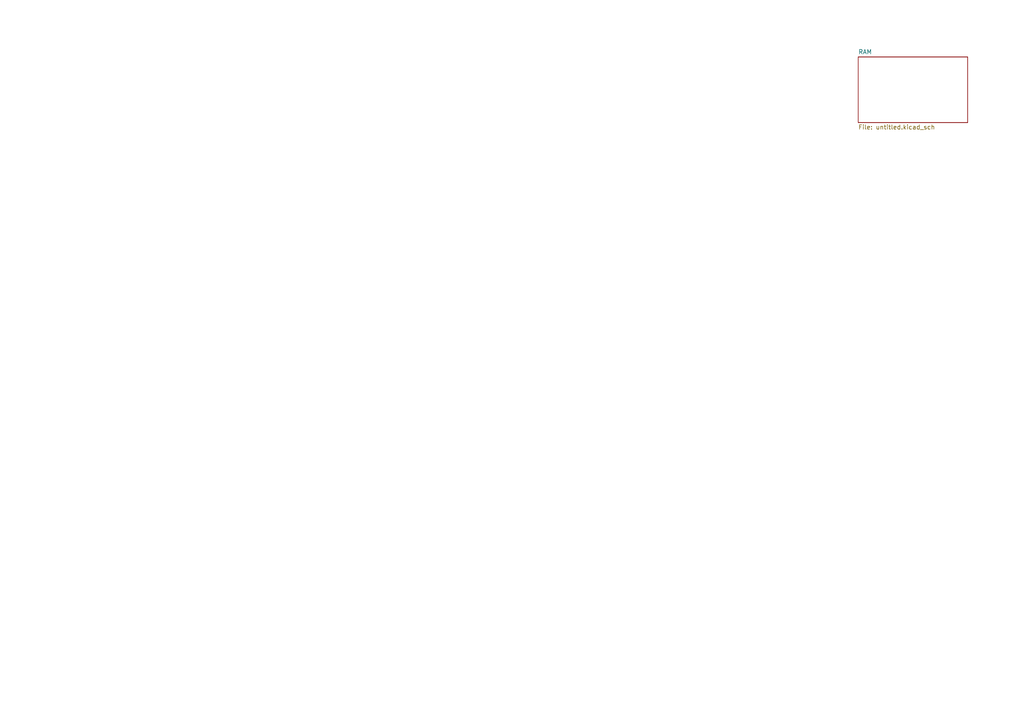
<source format=kicad_sch>
(kicad_sch (version 20230121) (generator eeschema)
  (paper "A4")
  (lib_symbols)
  (sheet (at 248.92 16.51) (size 31.75 19.05) (stroke (width 0.1524))
    (property "Sheetname" "RAM" (at 248.92 15.7984 0) (effects (justify left bottom)))
    (property "Sheetfile" "untitled.kicad_sch" (at 248.92 36.1446 0) (effects (justify left top)))
  )
)
</source>
